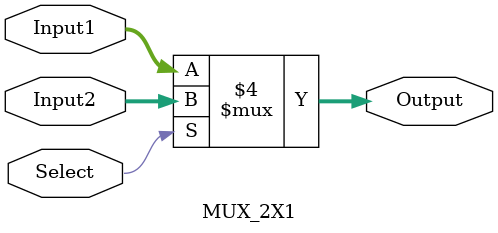
<source format=v>
`timescale 1ns / 1ps

module MUX_2X1(Input1, Input2, Select, Output);
    input [31:0] Input1;
    input [31:0] Input2;
    input Select;
    output reg [31:0] Output;
    
    always @(*) begin
        if(Select == 0)
            Output = Input1;
        else
            Output = Input2;
    end
endmodule
</source>
